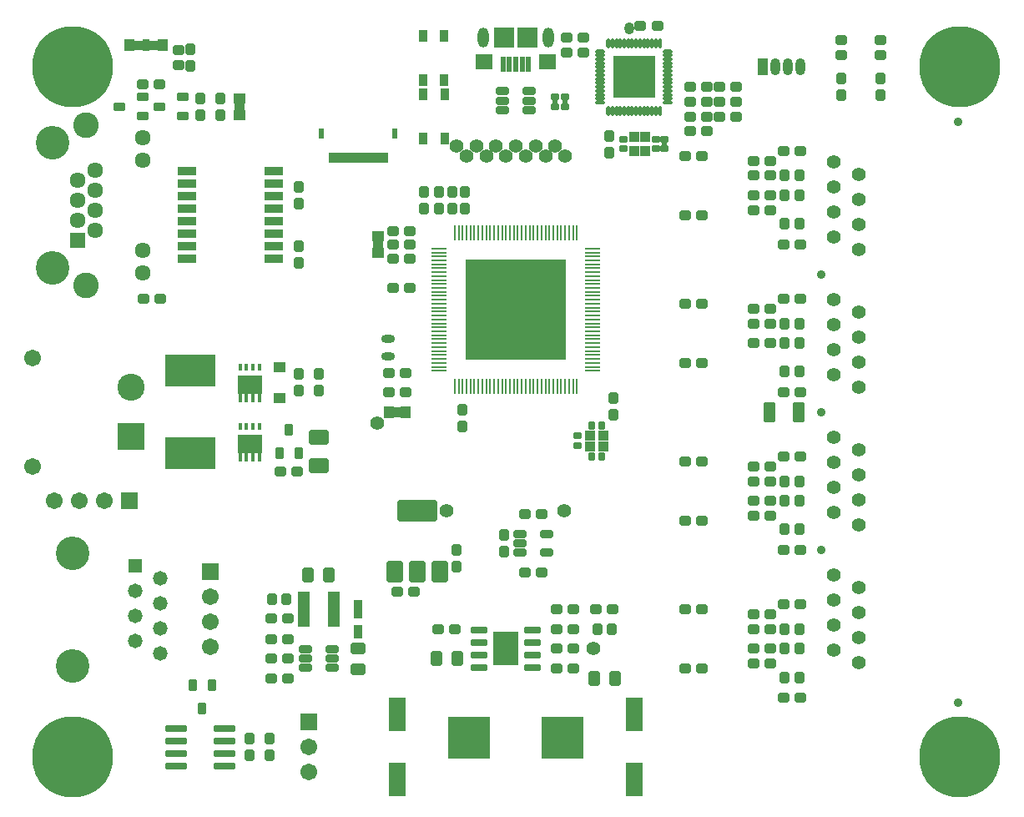
<source format=gts>
G04*
G04 #@! TF.GenerationSoftware,Altium Limited,Altium Designer,23.4.1 (23)*
G04*
G04 Layer_Color=8388736*
%FSLAX44Y44*%
%MOMM*%
G71*
G04*
G04 #@! TF.SameCoordinates,71779357-5CD3-41FB-92FB-A5B7E85101D3*
G04*
G04*
G04 #@! TF.FilePolarity,Negative*
G04*
G01*
G75*
%ADD57R,0.4200X0.8128*%
%ADD58R,0.4200X0.8000*%
%ADD83R,0.2286X1.5621*%
%ADD84R,1.5621X0.2286*%
%ADD86R,0.8128X1.3208*%
%ADD87R,0.9398X1.8542*%
%ADD96R,0.6000X0.6750*%
%ADD97O,1.0032X1.2032*%
%ADD98R,5.2032X3.2032*%
%ADD99R,1.9050X0.9652*%
G04:AMPARAMS|DCode=100|XSize=1.1032mm|YSize=1.0032mm|CornerRadius=0.1616mm|HoleSize=0mm|Usage=FLASHONLY|Rotation=90.000|XOffset=0mm|YOffset=0mm|HoleType=Round|Shape=RoundedRectangle|*
%AMROUNDEDRECTD100*
21,1,1.1032,0.6800,0,0,90.0*
21,1,0.7800,1.0032,0,0,90.0*
1,1,0.3232,0.3400,0.3900*
1,1,0.3232,0.3400,-0.3900*
1,1,0.3232,-0.3400,-0.3900*
1,1,0.3232,-0.3400,0.3900*
%
%ADD100ROUNDEDRECTD100*%
G04:AMPARAMS|DCode=101|XSize=1.1032mm|YSize=1.0032mm|CornerRadius=0.1616mm|HoleSize=0mm|Usage=FLASHONLY|Rotation=180.000|XOffset=0mm|YOffset=0mm|HoleType=Round|Shape=RoundedRectangle|*
%AMROUNDEDRECTD101*
21,1,1.1032,0.6800,0,0,180.0*
21,1,0.7800,1.0032,0,0,180.0*
1,1,0.3232,-0.3900,0.3400*
1,1,0.3232,0.3900,0.3400*
1,1,0.3232,0.3900,-0.3400*
1,1,0.3232,-0.3900,-0.3400*
%
%ADD101ROUNDEDRECTD101*%
%ADD102R,1.1532X1.1032*%
G04:AMPARAMS|DCode=103|XSize=0.8032mm|YSize=1.2532mm|CornerRadius=0.1466mm|HoleSize=0mm|Usage=FLASHONLY|Rotation=180.000|XOffset=0mm|YOffset=0mm|HoleType=Round|Shape=RoundedRectangle|*
%AMROUNDEDRECTD103*
21,1,0.8032,0.9600,0,0,180.0*
21,1,0.5100,1.2532,0,0,180.0*
1,1,0.2932,-0.2550,0.4800*
1,1,0.2932,0.2550,0.4800*
1,1,0.2932,0.2550,-0.4800*
1,1,0.2932,-0.2550,-0.4800*
%
%ADD103ROUNDEDRECTD103*%
G04:AMPARAMS|DCode=104|XSize=1.5432mm|YSize=2.0032mm|CornerRadius=0.1686mm|HoleSize=0mm|Usage=FLASHONLY|Rotation=90.000|XOffset=0mm|YOffset=0mm|HoleType=Round|Shape=RoundedRectangle|*
%AMROUNDEDRECTD104*
21,1,1.5432,1.6660,0,0,90.0*
21,1,1.2060,2.0032,0,0,90.0*
1,1,0.3372,0.8330,0.6030*
1,1,0.3372,0.8330,-0.6030*
1,1,0.3372,-0.8330,-0.6030*
1,1,0.3372,-0.8330,0.6030*
%
%ADD104ROUNDEDRECTD104*%
G04:AMPARAMS|DCode=105|XSize=1.7032mm|YSize=2.2032mm|CornerRadius=0.2891mm|HoleSize=0mm|Usage=FLASHONLY|Rotation=0.000|XOffset=0mm|YOffset=0mm|HoleType=Round|Shape=RoundedRectangle|*
%AMROUNDEDRECTD105*
21,1,1.7032,1.6250,0,0,0.0*
21,1,1.1250,2.2032,0,0,0.0*
1,1,0.5782,0.5625,-0.8125*
1,1,0.5782,-0.5625,-0.8125*
1,1,0.5782,-0.5625,0.8125*
1,1,0.5782,0.5625,0.8125*
%
%ADD105ROUNDEDRECTD105*%
G04:AMPARAMS|DCode=106|XSize=4.0032mm|YSize=2.2032mm|CornerRadius=0.1516mm|HoleSize=0mm|Usage=FLASHONLY|Rotation=0.000|XOffset=0mm|YOffset=0mm|HoleType=Round|Shape=RoundedRectangle|*
%AMROUNDEDRECTD106*
21,1,4.0032,1.9000,0,0,0.0*
21,1,3.7000,2.2032,0,0,0.0*
1,1,0.3032,1.8500,-0.9500*
1,1,0.3032,-1.8500,-0.9500*
1,1,0.3032,-1.8500,0.9500*
1,1,0.3032,1.8500,0.9500*
%
%ADD106ROUNDEDRECTD106*%
G04:AMPARAMS|DCode=107|XSize=0.8032mm|YSize=1.3032mm|CornerRadius=0.1466mm|HoleSize=0mm|Usage=FLASHONLY|Rotation=90.000|XOffset=0mm|YOffset=0mm|HoleType=Round|Shape=RoundedRectangle|*
%AMROUNDEDRECTD107*
21,1,0.8032,1.0100,0,0,90.0*
21,1,0.5100,1.3032,0,0,90.0*
1,1,0.2932,0.5050,0.2550*
1,1,0.2932,0.5050,-0.2550*
1,1,0.2932,-0.5050,-0.2550*
1,1,0.2932,-0.5050,0.2550*
%
%ADD107ROUNDEDRECTD107*%
G04:AMPARAMS|DCode=108|XSize=1.1032mm|YSize=1.6032mm|CornerRadius=0.1691mm|HoleSize=0mm|Usage=FLASHONLY|Rotation=0.000|XOffset=0mm|YOffset=0mm|HoleType=Round|Shape=RoundedRectangle|*
%AMROUNDEDRECTD108*
21,1,1.1032,1.2650,0,0,0.0*
21,1,0.7650,1.6032,0,0,0.0*
1,1,0.3382,0.3825,-0.6325*
1,1,0.3382,-0.3825,-0.6325*
1,1,0.3382,-0.3825,0.6325*
1,1,0.3382,0.3825,0.6325*
%
%ADD108ROUNDEDRECTD108*%
G04:AMPARAMS|DCode=109|XSize=0.7032mm|YSize=0.8032mm|CornerRadius=0.1391mm|HoleSize=0mm|Usage=FLASHONLY|Rotation=180.000|XOffset=0mm|YOffset=0mm|HoleType=Round|Shape=RoundedRectangle|*
%AMROUNDEDRECTD109*
21,1,0.7032,0.5250,0,0,180.0*
21,1,0.4250,0.8032,0,0,180.0*
1,1,0.2782,-0.2125,0.2625*
1,1,0.2782,0.2125,0.2625*
1,1,0.2782,0.2125,-0.2625*
1,1,0.2782,-0.2125,-0.2625*
%
%ADD109ROUNDEDRECTD109*%
G04:AMPARAMS|DCode=110|XSize=0.7032mm|YSize=0.8032mm|CornerRadius=0.1391mm|HoleSize=0mm|Usage=FLASHONLY|Rotation=270.000|XOffset=0mm|YOffset=0mm|HoleType=Round|Shape=RoundedRectangle|*
%AMROUNDEDRECTD110*
21,1,0.7032,0.5250,0,0,270.0*
21,1,0.4250,0.8032,0,0,270.0*
1,1,0.2782,-0.2625,-0.2125*
1,1,0.2782,-0.2625,0.2125*
1,1,0.2782,0.2625,0.2125*
1,1,0.2782,0.2625,-0.2125*
%
%ADD110ROUNDEDRECTD110*%
%ADD111R,1.1032X1.0032*%
%ADD112R,1.2032X1.1032*%
G04:AMPARAMS|DCode=113|XSize=0.4232mm|YSize=1.0132mm|CornerRadius=0.1291mm|HoleSize=0mm|Usage=FLASHONLY|Rotation=180.000|XOffset=0mm|YOffset=0mm|HoleType=Round|Shape=RoundedRectangle|*
%AMROUNDEDRECTD113*
21,1,0.4232,0.7550,0,0,180.0*
21,1,0.1650,1.0132,0,0,180.0*
1,1,0.2582,-0.0825,0.3775*
1,1,0.2582,0.0825,0.3775*
1,1,0.2582,0.0825,-0.3775*
1,1,0.2582,-0.0825,-0.3775*
%
%ADD113ROUNDEDRECTD113*%
G04:AMPARAMS|DCode=114|XSize=1.0132mm|YSize=0.4232mm|CornerRadius=0.1291mm|HoleSize=0mm|Usage=FLASHONLY|Rotation=180.000|XOffset=0mm|YOffset=0mm|HoleType=Round|Shape=RoundedRectangle|*
%AMROUNDEDRECTD114*
21,1,1.0132,0.1650,0,0,180.0*
21,1,0.7550,0.4232,0,0,180.0*
1,1,0.2582,-0.3775,0.0825*
1,1,0.2582,0.3775,0.0825*
1,1,0.2582,0.3775,-0.0825*
1,1,0.2582,-0.3775,-0.0825*
%
%ADD114ROUNDEDRECTD114*%
%ADD115R,4.2032X4.2032*%
%ADD116R,1.0032X1.1032*%
G04:AMPARAMS|DCode=117|XSize=1.2032mm|YSize=2.0032mm|CornerRadius=0.1516mm|HoleSize=0mm|Usage=FLASHONLY|Rotation=180.000|XOffset=0mm|YOffset=0mm|HoleType=Round|Shape=RoundedRectangle|*
%AMROUNDEDRECTD117*
21,1,1.2032,1.7000,0,0,180.0*
21,1,0.9000,2.0032,0,0,180.0*
1,1,0.3032,-0.4500,0.8500*
1,1,0.3032,0.4500,0.8500*
1,1,0.3032,0.4500,-0.8500*
1,1,0.3032,-0.4500,-0.8500*
%
%ADD117ROUNDEDRECTD117*%
%ADD118R,1.1032X1.2032*%
%ADD119R,0.7032X1.2032*%
G04:AMPARAMS|DCode=120|XSize=0.8032mm|YSize=1.2532mm|CornerRadius=0.1466mm|HoleSize=0mm|Usage=FLASHONLY|Rotation=270.000|XOffset=0mm|YOffset=0mm|HoleType=Round|Shape=RoundedRectangle|*
%AMROUNDEDRECTD120*
21,1,0.8032,0.9600,0,0,270.0*
21,1,0.5100,1.2532,0,0,270.0*
1,1,0.2932,-0.4800,-0.2550*
1,1,0.2932,-0.4800,0.2550*
1,1,0.2932,0.4800,0.2550*
1,1,0.2932,0.4800,-0.2550*
%
%ADD120ROUNDEDRECTD120*%
%ADD121R,0.9144X1.1938*%
G04:AMPARAMS|DCode=122|XSize=1.0032mm|YSize=1.1032mm|CornerRadius=0.1616mm|HoleSize=0mm|Usage=FLASHONLY|Rotation=270.000|XOffset=0mm|YOffset=0mm|HoleType=Round|Shape=RoundedRectangle|*
%AMROUNDEDRECTD122*
21,1,1.0032,0.7800,0,0,270.0*
21,1,0.6800,1.1032,0,0,270.0*
1,1,0.3232,-0.3900,-0.3400*
1,1,0.3232,-0.3900,0.3400*
1,1,0.3232,0.3900,0.3400*
1,1,0.3232,0.3900,-0.3400*
%
%ADD122ROUNDEDRECTD122*%
G04:AMPARAMS|DCode=123|XSize=1.0032mm|YSize=1.1032mm|CornerRadius=0.1616mm|HoleSize=0mm|Usage=FLASHONLY|Rotation=0.000|XOffset=0mm|YOffset=0mm|HoleType=Round|Shape=RoundedRectangle|*
%AMROUNDEDRECTD123*
21,1,1.0032,0.7800,0,0,0.0*
21,1,0.6800,1.1032,0,0,0.0*
1,1,0.3232,0.3400,-0.3900*
1,1,0.3232,-0.3400,-0.3900*
1,1,0.3232,-0.3400,0.3900*
1,1,0.3232,0.3400,0.3900*
%
%ADD123ROUNDEDRECTD123*%
%ADD124R,0.6032X1.5532*%
%ADD125R,1.8032X1.6032*%
%ADD126R,2.1032X2.1032*%
%ADD127C,1.4032*%
%ADD128O,1.4032X0.8032*%
%ADD129R,0.5032X1.0032*%
%ADD130R,0.6032X1.0032*%
%ADD131R,10.1600X10.1600*%
%ADD132R,1.3032X3.6032*%
G04:AMPARAMS|DCode=133|XSize=1.1032mm|YSize=1.6032mm|CornerRadius=0.1691mm|HoleSize=0mm|Usage=FLASHONLY|Rotation=270.000|XOffset=0mm|YOffset=0mm|HoleType=Round|Shape=RoundedRectangle|*
%AMROUNDEDRECTD133*
21,1,1.1032,1.2650,0,0,270.0*
21,1,0.7650,1.6032,0,0,270.0*
1,1,0.3382,-0.6325,-0.3825*
1,1,0.3382,-0.6325,0.3825*
1,1,0.3382,0.6325,0.3825*
1,1,0.3382,0.6325,-0.3825*
%
%ADD133ROUNDEDRECTD133*%
G04:AMPARAMS|DCode=134|XSize=0.7366mm|YSize=2.1844mm|CornerRadius=0.1683mm|HoleSize=0mm|Usage=FLASHONLY|Rotation=90.000|XOffset=0mm|YOffset=0mm|HoleType=Round|Shape=RoundedRectangle|*
%AMROUNDEDRECTD134*
21,1,0.7366,1.8479,0,0,90.0*
21,1,0.4001,2.1844,0,0,90.0*
1,1,0.3366,0.9239,0.2000*
1,1,0.3366,0.9239,-0.2000*
1,1,0.3366,-0.9239,-0.2000*
1,1,0.3366,-0.9239,0.2000*
%
%ADD134ROUNDEDRECTD134*%
G04:AMPARAMS|DCode=135|XSize=0.7366mm|YSize=1.7032mm|CornerRadius=0.1683mm|HoleSize=0mm|Usage=FLASHONLY|Rotation=90.000|XOffset=0mm|YOffset=0mm|HoleType=Round|Shape=RoundedRectangle|*
%AMROUNDEDRECTD135*
21,1,0.7366,1.3667,0,0,90.0*
21,1,0.4001,1.7032,0,0,90.0*
1,1,0.3366,0.6833,0.2000*
1,1,0.3366,0.6833,-0.2000*
1,1,0.3366,-0.6833,-0.2000*
1,1,0.3366,-0.6833,0.2000*
%
%ADD135ROUNDEDRECTD135*%
%ADD136R,2.6032X3.4032*%
%ADD137R,4.3032X4.3032*%
%ADD138R,1.7018X3.5052*%
%ADD139R,1.0032X1.7032*%
%ADD140O,1.0032X1.7032*%
%ADD141C,1.3970*%
%ADD142C,0.8998*%
%ADD143O,1.1032X2.0032*%
%ADD144C,1.7032*%
%ADD145R,1.7032X1.7032*%
%ADD146R,1.7032X1.7032*%
%ADD147C,8.2032*%
%ADD148C,1.7112*%
%ADD149C,2.7532*%
%ADD150R,2.7532X2.7532*%
%ADD151C,1.6112*%
%ADD152R,1.6112X1.6112*%
%ADD153C,2.6032*%
%ADD154C,3.4032*%
%ADD155C,1.4712*%
%ADD156R,1.4712X1.4712*%
G36*
X217808Y376858D02*
X242192D01*
Y358570D01*
X217808D01*
Y376858D01*
D02*
G37*
G36*
Y436858D02*
X242192D01*
Y418570D01*
X217808D01*
Y436858D01*
D02*
G37*
G36*
X385000Y395000D02*
X375000D01*
Y405000D01*
X385000D01*
Y395000D01*
D02*
G37*
G36*
X112501Y776999D02*
X122501D01*
Y766999D01*
X112501D01*
Y776999D01*
D02*
G37*
G36*
X128499D02*
X138499D01*
Y766999D01*
X128499D01*
Y776999D01*
D02*
G37*
G36*
X215000Y705000D02*
Y715000D01*
X225000D01*
Y705000D01*
X215000D01*
D02*
G37*
G36*
X355000Y565000D02*
Y575000D01*
X365000D01*
Y565000D01*
X355000D01*
D02*
G37*
D57*
X239750Y414506D02*
D03*
X233250D02*
D03*
X226750D02*
D03*
X220250D02*
D03*
X239750Y354506D02*
D03*
X233250D02*
D03*
X226750D02*
D03*
X220250D02*
D03*
D58*
Y445494D02*
D03*
X226750D02*
D03*
X233250D02*
D03*
X239750D02*
D03*
X220250Y385494D02*
D03*
X226750D02*
D03*
X233250D02*
D03*
X239750D02*
D03*
D83*
X562000Y426213D02*
D03*
X558000D02*
D03*
X554000D02*
D03*
X550000D02*
D03*
X546000D02*
D03*
X542000D02*
D03*
X538000D02*
D03*
X534000D02*
D03*
X530000D02*
D03*
X526000D02*
D03*
X522000D02*
D03*
X518000D02*
D03*
X514000D02*
D03*
X510000D02*
D03*
X506000D02*
D03*
X502000D02*
D03*
X498000D02*
D03*
X494000D02*
D03*
X490000D02*
D03*
X486000D02*
D03*
X482000D02*
D03*
X478000D02*
D03*
X474000D02*
D03*
X470000D02*
D03*
X466000D02*
D03*
X462000D02*
D03*
X458000D02*
D03*
X454000D02*
D03*
X450000D02*
D03*
X446000D02*
D03*
X442000D02*
D03*
X438000D02*
D03*
Y581787D02*
D03*
X442000D02*
D03*
X446000D02*
D03*
X450000D02*
D03*
X454000D02*
D03*
X458000D02*
D03*
X462000D02*
D03*
X466000D02*
D03*
X470000D02*
D03*
X474000D02*
D03*
X478000D02*
D03*
X482000D02*
D03*
X486000D02*
D03*
X490000D02*
D03*
X494000D02*
D03*
X498000D02*
D03*
X502000D02*
D03*
X506000D02*
D03*
X510000D02*
D03*
X514000D02*
D03*
X518000D02*
D03*
X522000D02*
D03*
X526000D02*
D03*
X530000D02*
D03*
X534000D02*
D03*
X538000D02*
D03*
X542000D02*
D03*
X546000D02*
D03*
X550000D02*
D03*
X554000D02*
D03*
X558000D02*
D03*
X562000D02*
D03*
D84*
X422212Y442000D02*
D03*
Y446000D02*
D03*
Y450000D02*
D03*
Y454000D02*
D03*
Y458000D02*
D03*
Y462000D02*
D03*
Y466000D02*
D03*
Y470000D02*
D03*
Y474000D02*
D03*
Y478000D02*
D03*
Y482000D02*
D03*
Y486000D02*
D03*
Y490000D02*
D03*
Y494000D02*
D03*
Y498000D02*
D03*
Y502000D02*
D03*
Y506000D02*
D03*
Y510000D02*
D03*
Y514000D02*
D03*
Y518000D02*
D03*
Y522000D02*
D03*
Y526000D02*
D03*
Y530000D02*
D03*
Y534000D02*
D03*
Y538000D02*
D03*
Y542000D02*
D03*
Y546000D02*
D03*
Y550000D02*
D03*
Y554000D02*
D03*
Y558000D02*
D03*
Y562000D02*
D03*
Y566000D02*
D03*
X577788D02*
D03*
Y562000D02*
D03*
Y558000D02*
D03*
Y554000D02*
D03*
Y550000D02*
D03*
Y546000D02*
D03*
Y542000D02*
D03*
Y538000D02*
D03*
Y534000D02*
D03*
Y530000D02*
D03*
Y526000D02*
D03*
Y522000D02*
D03*
Y518000D02*
D03*
Y514000D02*
D03*
Y510000D02*
D03*
Y506000D02*
D03*
Y502000D02*
D03*
Y498000D02*
D03*
Y494000D02*
D03*
Y490000D02*
D03*
Y486000D02*
D03*
Y482000D02*
D03*
Y478000D02*
D03*
Y474000D02*
D03*
Y470000D02*
D03*
Y466000D02*
D03*
Y462000D02*
D03*
Y458000D02*
D03*
Y454000D02*
D03*
Y450000D02*
D03*
Y446000D02*
D03*
Y442000D02*
D03*
D86*
X340000Y177554D02*
D03*
D87*
Y199779D02*
D03*
D96*
X651001Y671625D02*
D03*
X540001Y715375D02*
D03*
X550001Y715375D02*
D03*
D97*
X615000Y789000D02*
D03*
D98*
X170000Y442000D02*
D03*
Y358000D02*
D03*
D99*
X165931Y555550D02*
D03*
Y568250D02*
D03*
Y580950D02*
D03*
Y593650D02*
D03*
Y606350D02*
D03*
Y619050D02*
D03*
Y631750D02*
D03*
Y644450D02*
D03*
X254069D02*
D03*
Y631750D02*
D03*
Y619050D02*
D03*
Y606350D02*
D03*
Y593650D02*
D03*
Y580950D02*
D03*
Y568250D02*
D03*
Y555550D02*
D03*
D100*
X280000Y628500D02*
D03*
Y611500D02*
D03*
Y568500D02*
D03*
Y551500D02*
D03*
X300000Y438500D02*
D03*
Y421500D02*
D03*
X280000Y421500D02*
D03*
Y438500D02*
D03*
X487999Y258502D02*
D03*
Y275502D02*
D03*
X599000Y397500D02*
D03*
Y414500D02*
D03*
X446000Y402500D02*
D03*
Y385500D02*
D03*
X448000Y606500D02*
D03*
Y623500D02*
D03*
X436000Y606500D02*
D03*
Y623500D02*
D03*
X595000Y680500D02*
D03*
Y663500D02*
D03*
X870000Y738500D02*
D03*
Y721500D02*
D03*
X830000Y738500D02*
D03*
Y721500D02*
D03*
X170000Y751500D02*
D03*
Y768500D02*
D03*
X440000Y243500D02*
D03*
Y260500D02*
D03*
X230000Y51500D02*
D03*
Y68500D02*
D03*
X250000Y51500D02*
D03*
Y68500D02*
D03*
X422000Y623500D02*
D03*
Y606500D02*
D03*
X407000Y623500D02*
D03*
Y606500D02*
D03*
X200000Y718500D02*
D03*
Y701500D02*
D03*
X180000Y701500D02*
D03*
Y718500D02*
D03*
D101*
X139500Y515000D02*
D03*
X122500D02*
D03*
X261500Y340000D02*
D03*
X278500D02*
D03*
X509499Y297002D02*
D03*
X526499D02*
D03*
X379500Y218000D02*
D03*
X396500D02*
D03*
X438500Y180000D02*
D03*
X421500D02*
D03*
X558500Y200000D02*
D03*
X541500D02*
D03*
X558500Y180000D02*
D03*
X541500D02*
D03*
Y160000D02*
D03*
X558500D02*
D03*
X541500Y140000D02*
D03*
X558500D02*
D03*
X392500Y526000D02*
D03*
X375500D02*
D03*
X392500Y556000D02*
D03*
X375500D02*
D03*
Y570000D02*
D03*
X392500D02*
D03*
X568500Y780000D02*
D03*
X551500D02*
D03*
X568500Y765000D02*
D03*
X551500D02*
D03*
X693500Y730000D02*
D03*
X676500D02*
D03*
X676500Y700000D02*
D03*
X693500D02*
D03*
X676500Y715000D02*
D03*
X693500D02*
D03*
X706500Y730000D02*
D03*
X723500D02*
D03*
X706500Y715000D02*
D03*
X723500D02*
D03*
X706500Y700000D02*
D03*
X723500D02*
D03*
X676500Y685000D02*
D03*
X693500D02*
D03*
X671500Y510000D02*
D03*
X688500D02*
D03*
Y450000D02*
D03*
X671500D02*
D03*
X688500Y350000D02*
D03*
X671500D02*
D03*
X688500Y290000D02*
D03*
X671500D02*
D03*
X688500Y200000D02*
D03*
X671500D02*
D03*
X688500Y140000D02*
D03*
X671500D02*
D03*
X741500Y295000D02*
D03*
X758500D02*
D03*
X741500Y345000D02*
D03*
X758500D02*
D03*
X741500Y505000D02*
D03*
X758500D02*
D03*
X688500Y660000D02*
D03*
X671500D02*
D03*
Y600000D02*
D03*
X688500D02*
D03*
X741500Y605000D02*
D03*
X758500D02*
D03*
X741500Y655000D02*
D03*
X758500D02*
D03*
X626500Y792000D02*
D03*
X643500D02*
D03*
X138500Y733000D02*
D03*
X121500D02*
D03*
X598500Y200000D02*
D03*
X581500D02*
D03*
X388500Y420000D02*
D03*
X371500D02*
D03*
X388500Y440000D02*
D03*
X371500D02*
D03*
X788500Y205000D02*
D03*
X771500D02*
D03*
X788500Y110000D02*
D03*
X771500D02*
D03*
X758500Y180000D02*
D03*
X741500D02*
D03*
X758500Y160000D02*
D03*
X741500D02*
D03*
X758500Y310000D02*
D03*
X741500D02*
D03*
X758500Y330000D02*
D03*
X741500D02*
D03*
X788500Y260000D02*
D03*
X771500D02*
D03*
X788500Y355000D02*
D03*
X771500D02*
D03*
X758500Y490000D02*
D03*
X741500D02*
D03*
X758500Y470000D02*
D03*
X741500D02*
D03*
X788500Y420000D02*
D03*
X771500D02*
D03*
X788500Y515000D02*
D03*
X771500D02*
D03*
X758500Y640000D02*
D03*
X741500D02*
D03*
X758500Y620000D02*
D03*
X741500D02*
D03*
X788500Y665000D02*
D03*
X771500D02*
D03*
X788500Y570000D02*
D03*
X771500D02*
D03*
X251500Y150000D02*
D03*
X268500D02*
D03*
X251500Y130000D02*
D03*
X268500D02*
D03*
X268500Y190554D02*
D03*
X251500D02*
D03*
Y170000D02*
D03*
X268500D02*
D03*
X375500Y584000D02*
D03*
X392500D02*
D03*
X509500Y237000D02*
D03*
X526500D02*
D03*
X758500Y195000D02*
D03*
X741500D02*
D03*
X758500Y145000D02*
D03*
X741500D02*
D03*
D102*
X260000Y445750D02*
D03*
Y414250D02*
D03*
D103*
X270000Y381850D02*
D03*
X279500Y358150D02*
D03*
X260500D02*
D03*
X191500Y122850D02*
D03*
X172500D02*
D03*
X182000Y99150D02*
D03*
D104*
X300000Y345700D02*
D03*
Y374300D02*
D03*
D105*
X423000Y238000D02*
D03*
X377000D02*
D03*
X400000D02*
D03*
D106*
Y300000D02*
D03*
D107*
X531500Y276500D02*
D03*
Y257500D02*
D03*
X504500D02*
D03*
Y267000D02*
D03*
Y276500D02*
D03*
X313500Y159500D02*
D03*
Y150000D02*
D03*
Y140500D02*
D03*
X286500D02*
D03*
Y150000D02*
D03*
Y159500D02*
D03*
X513500Y725500D02*
D03*
Y716000D02*
D03*
Y706500D02*
D03*
X486500D02*
D03*
Y716000D02*
D03*
Y725500D02*
D03*
D108*
X440500Y150000D02*
D03*
X419500D02*
D03*
X600500Y130000D02*
D03*
X579500D02*
D03*
X289500Y234554D02*
D03*
X310500D02*
D03*
D109*
X587000Y355000D02*
D03*
X577000D02*
D03*
Y386000D02*
D03*
X587000D02*
D03*
D110*
X563000Y366000D02*
D03*
Y376000D02*
D03*
X609000Y667000D02*
D03*
Y677000D02*
D03*
X642000D02*
D03*
Y667000D02*
D03*
X651000Y677000D02*
D03*
Y667000D02*
D03*
X540000Y710000D02*
D03*
Y720000D02*
D03*
X550000Y710000D02*
D03*
Y720000D02*
D03*
D111*
X575000Y376000D02*
D03*
X589000D02*
D03*
X575000Y365000D02*
D03*
X589000D02*
D03*
D112*
X359999Y578501D02*
D03*
Y561501D02*
D03*
X219999Y701501D02*
D03*
Y718501D02*
D03*
D113*
X646000Y774450D02*
D03*
X642000D02*
D03*
X638000D02*
D03*
X634000D02*
D03*
X630000D02*
D03*
X626000D02*
D03*
X622000D02*
D03*
X618000D02*
D03*
X614000D02*
D03*
X610000D02*
D03*
X606000D02*
D03*
X602000D02*
D03*
X598000D02*
D03*
X594000D02*
D03*
Y705550D02*
D03*
X598000D02*
D03*
X602000D02*
D03*
X606000D02*
D03*
X610000D02*
D03*
X614000D02*
D03*
X618000D02*
D03*
X622000D02*
D03*
X626000D02*
D03*
X630000D02*
D03*
X634000D02*
D03*
X638000D02*
D03*
X642000D02*
D03*
X646000D02*
D03*
D114*
X654450Y714000D02*
D03*
Y718000D02*
D03*
Y722000D02*
D03*
Y726000D02*
D03*
Y730000D02*
D03*
Y734000D02*
D03*
Y738000D02*
D03*
Y742000D02*
D03*
Y746000D02*
D03*
Y750000D02*
D03*
Y754000D02*
D03*
Y758000D02*
D03*
Y762000D02*
D03*
Y766000D02*
D03*
X585550D02*
D03*
Y762000D02*
D03*
Y758000D02*
D03*
Y754000D02*
D03*
Y750000D02*
D03*
Y746000D02*
D03*
Y742000D02*
D03*
Y738000D02*
D03*
Y734000D02*
D03*
Y730000D02*
D03*
Y726000D02*
D03*
Y722000D02*
D03*
Y718000D02*
D03*
Y714000D02*
D03*
D115*
X620000Y740000D02*
D03*
D116*
X620000Y665000D02*
D03*
Y679000D02*
D03*
X631000Y665000D02*
D03*
Y679000D02*
D03*
D117*
X787000Y400000D02*
D03*
X757000D02*
D03*
D118*
X108000Y772000D02*
D03*
X142000D02*
D03*
X371499Y399999D02*
D03*
X388499D02*
D03*
D119*
X125000Y772000D02*
D03*
D120*
X138150Y710000D02*
D03*
X161850Y719500D02*
D03*
Y700500D02*
D03*
X98150Y710000D02*
D03*
X121850Y719500D02*
D03*
Y700500D02*
D03*
D121*
X427750Y722500D02*
D03*
Y677500D02*
D03*
X406250Y722500D02*
D03*
Y677500D02*
D03*
X406000Y737000D02*
D03*
Y782000D02*
D03*
X427500Y737000D02*
D03*
Y782000D02*
D03*
D122*
X158000Y752500D02*
D03*
Y767500D02*
D03*
X830000Y777500D02*
D03*
Y762500D02*
D03*
X870000Y777500D02*
D03*
Y762500D02*
D03*
D123*
X787500Y591000D02*
D03*
X772500D02*
D03*
X787500Y131000D02*
D03*
X772500D02*
D03*
X597500Y180000D02*
D03*
X582500D02*
D03*
X787500Y640000D02*
D03*
X772500D02*
D03*
Y160000D02*
D03*
X787500D02*
D03*
X772500Y180000D02*
D03*
X787500D02*
D03*
X252500Y210000D02*
D03*
X267500D02*
D03*
X787500Y310000D02*
D03*
X772500D02*
D03*
X787500Y330000D02*
D03*
X772500D02*
D03*
X787500Y620000D02*
D03*
X772500D02*
D03*
X787500Y470000D02*
D03*
X772500D02*
D03*
X787500Y490000D02*
D03*
X772500D02*
D03*
Y281000D02*
D03*
X787500D02*
D03*
X772500Y441000D02*
D03*
X787500D02*
D03*
D124*
X513000Y753250D02*
D03*
X506500D02*
D03*
X500000D02*
D03*
X493500D02*
D03*
X487000D02*
D03*
D125*
X532000Y755500D02*
D03*
X468000D02*
D03*
D126*
X512000Y780000D02*
D03*
X488000D02*
D03*
D127*
X359048Y389142D02*
D03*
X440000Y670000D02*
D03*
X450000Y660000D02*
D03*
X460000Y670000D02*
D03*
X470000Y660000D02*
D03*
X480000Y670000D02*
D03*
X490000Y660000D02*
D03*
X500000Y670000D02*
D03*
X510000Y660000D02*
D03*
X520000Y670000D02*
D03*
X540000D02*
D03*
X579000Y160000D02*
D03*
X430000Y300000D02*
D03*
X549000D02*
D03*
X530000Y660000D02*
D03*
X550000D02*
D03*
D128*
X370000Y457000D02*
D03*
Y474000D02*
D03*
D129*
X367500Y657800D02*
D03*
X362500D02*
D03*
X357500D02*
D03*
X352500D02*
D03*
X347500D02*
D03*
X342500D02*
D03*
X337500D02*
D03*
X332500D02*
D03*
X327500D02*
D03*
X322500D02*
D03*
X317500D02*
D03*
X312500D02*
D03*
D130*
X377500Y682800D02*
D03*
X302500D02*
D03*
D131*
X500000Y504000D02*
D03*
D132*
X315000Y200000D02*
D03*
X285000D02*
D03*
D133*
X340000Y160500D02*
D03*
Y139500D02*
D03*
D134*
X204637Y53651D02*
D03*
Y66351D02*
D03*
Y79051D02*
D03*
Y40951D02*
D03*
X155361D02*
D03*
Y53651D02*
D03*
Y66351D02*
D03*
Y79051D02*
D03*
D135*
X517000Y153651D02*
D03*
Y166351D02*
D03*
Y179051D02*
D03*
Y140951D02*
D03*
X463000D02*
D03*
Y153651D02*
D03*
Y166351D02*
D03*
Y179051D02*
D03*
D136*
X490000Y160000D02*
D03*
D137*
X547500Y70000D02*
D03*
X452500D02*
D03*
D138*
X380000Y93020D02*
D03*
Y26980D02*
D03*
X620000Y93020D02*
D03*
Y26980D02*
D03*
D139*
X750950Y750000D02*
D03*
D140*
X763650Y750000D02*
D03*
X776350D02*
D03*
X789050D02*
D03*
D141*
X848100Y146000D02*
D03*
X822700Y158700D02*
D03*
X848100Y171400D02*
D03*
X822700Y184100D02*
D03*
X848100Y196800D02*
D03*
X822700Y209500D02*
D03*
X848100Y222200D02*
D03*
X822700Y234900D02*
D03*
X848100Y285700D02*
D03*
X822700Y298400D02*
D03*
X848100Y311100D02*
D03*
X822700Y323800D02*
D03*
X848100Y336500D02*
D03*
X822700Y349200D02*
D03*
X848100Y361900D02*
D03*
X822700Y374600D02*
D03*
X848100Y425400D02*
D03*
X822700Y438100D02*
D03*
X848100Y450800D02*
D03*
X822700Y463500D02*
D03*
X848100Y476200D02*
D03*
X822700Y488900D02*
D03*
X848100Y501600D02*
D03*
X822700Y514300D02*
D03*
X848100Y565100D02*
D03*
X822700Y577800D02*
D03*
X848100Y590500D02*
D03*
X822700Y603200D02*
D03*
X848100Y615900D02*
D03*
X822700Y628600D02*
D03*
X848100Y641300D02*
D03*
X822700Y654000D02*
D03*
D142*
X810000Y260300D02*
D03*
Y400000D02*
D03*
Y539700D02*
D03*
X948430Y105614D02*
D03*
Y694386D02*
D03*
D143*
X533000Y780000D02*
D03*
X467000D02*
D03*
D144*
X31900Y310000D02*
D03*
X57300D02*
D03*
X82700Y310000D02*
D03*
X190000Y161900D02*
D03*
Y187300D02*
D03*
X190000Y212700D02*
D03*
X290000Y60000D02*
D03*
X290000Y34601D02*
D03*
D145*
X108100Y310000D02*
D03*
D146*
X190000Y238100D02*
D03*
X290000Y85400D02*
D03*
D147*
X50000Y750000D02*
D03*
Y50000D02*
D03*
X950000Y750000D02*
D03*
X949999Y49999D02*
D03*
D148*
X10000Y345000D02*
D03*
Y455000D02*
D03*
D149*
X110000Y425000D02*
D03*
D150*
Y375000D02*
D03*
D151*
X121400Y564300D02*
D03*
Y655700D02*
D03*
Y541400D02*
D03*
Y678600D02*
D03*
X73200Y604900D02*
D03*
X55400Y615100D02*
D03*
Y594700D02*
D03*
X73200Y625300D02*
D03*
Y584500D02*
D03*
X55400Y635500D02*
D03*
X73200Y645700D02*
D03*
D152*
X55400Y574300D02*
D03*
D153*
X64300Y528750D02*
D03*
Y691250D02*
D03*
D154*
X30000Y546500D02*
D03*
Y673500D02*
D03*
X50000Y142850D02*
D03*
Y257150D02*
D03*
D155*
X138900Y155550D02*
D03*
X113500Y168250D02*
D03*
X138900Y180950D02*
D03*
X113500Y193650D02*
D03*
X138900Y206350D02*
D03*
X113500Y219050D02*
D03*
X138900Y231750D02*
D03*
D156*
X113500Y244450D02*
D03*
M02*

</source>
